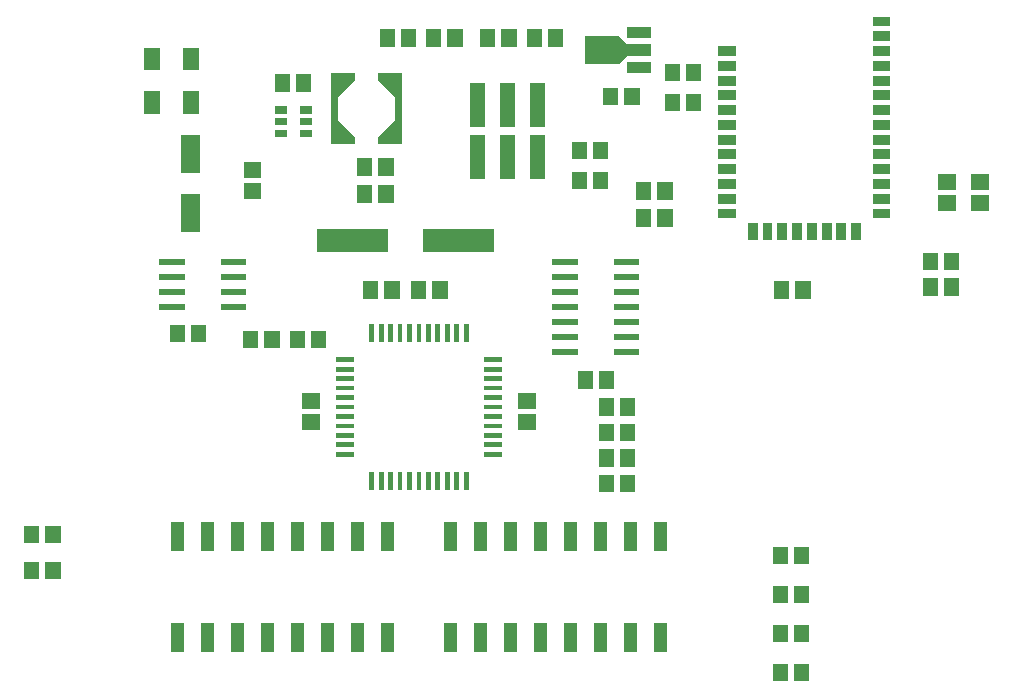
<source format=gbr>
G04 start of page 11 for group -4015 idx -4015 *
G04 Title: (unknown), toppaste *
G04 Creator: pcb 4.0.2 *
G04 CreationDate: Sun Oct 16 03:55:39 2022 UTC *
G04 For: ndholmes *
G04 Format: Gerber/RS-274X *
G04 PCB-Dimensions (mil): 3350.00 2300.00 *
G04 PCB-Coordinate-Origin: lower left *
%MOIN*%
%FSLAX25Y25*%
%LNTOPPASTE*%
%ADD75C,0.0001*%
G54D75*G36*
X74500Y130000D02*Y128000D01*
X83000D01*
Y130000D01*
X74500D01*
G37*
G36*
Y135000D02*Y133000D01*
X83000D01*
Y135000D01*
X74500D01*
G37*
G36*
Y140000D02*Y138000D01*
X83000D01*
Y140000D01*
X74500D01*
G37*
G36*
Y145000D02*Y143000D01*
X83000D01*
Y145000D01*
X74500D01*
G37*
G36*
X54000D02*Y143000D01*
X62500D01*
Y145000D01*
X54000D01*
G37*
G36*
Y140000D02*Y138000D01*
X62500D01*
Y140000D01*
X54000D01*
G37*
G36*
Y135000D02*Y133000D01*
X62500D01*
Y135000D01*
X54000D01*
G37*
G36*
Y130000D02*Y128000D01*
X62500D01*
Y130000D01*
X54000D01*
G37*
G36*
X207016Y201952D02*X201898D01*
Y196048D01*
X207016D01*
Y201952D01*
G37*
G36*
X214102D02*X208984D01*
Y196048D01*
X214102D01*
Y201952D01*
G37*
G36*
X139602Y221452D02*X134484D01*
Y215548D01*
X139602D01*
Y221452D01*
G37*
G36*
X132516D02*X127398D01*
Y215548D01*
X132516D01*
Y221452D01*
G37*
G36*
X155102D02*X149984D01*
Y215548D01*
X155102D01*
Y221452D01*
G37*
G36*
X148016D02*X142898D01*
Y215548D01*
X148016D01*
Y221452D01*
G37*
G36*
X181516D02*X176398D01*
Y215548D01*
X181516D01*
Y221452D01*
G37*
G36*
X188602D02*X183484D01*
Y215548D01*
X188602D01*
Y221452D01*
G37*
G36*
X166016D02*X160898D01*
Y215548D01*
X166016D01*
Y221452D01*
G37*
G36*
X173102D02*X167984D01*
Y215548D01*
X173102D01*
Y221452D01*
G37*
G36*
X62516Y122952D02*X57398D01*
Y117048D01*
X62516D01*
Y122952D01*
G37*
G36*
X69602D02*X64484D01*
Y117048D01*
X69602D01*
Y122952D01*
G37*
G36*
X153200Y23350D02*X148800D01*
Y13750D01*
X153200D01*
Y23350D01*
G37*
G36*
X163200D02*X158800D01*
Y13750D01*
X163200D01*
Y23350D01*
G37*
G36*
X173200D02*X168800D01*
Y13750D01*
X173200D01*
Y23350D01*
G37*
G36*
X183200D02*X178800D01*
Y13750D01*
X183200D01*
Y23350D01*
G37*
G36*
X193200D02*X188800D01*
Y13750D01*
X193200D01*
Y23350D01*
G37*
G36*
X203200D02*X198800D01*
Y13750D01*
X203200D01*
Y23350D01*
G37*
G36*
X213200D02*X208800D01*
Y13750D01*
X213200D01*
Y23350D01*
G37*
G36*
X223200D02*X218800D01*
Y13750D01*
X223200D01*
Y23350D01*
G37*
G36*
X153200Y57250D02*X148800D01*
Y47650D01*
X153200D01*
Y57250D01*
G37*
G36*
X163200D02*X158800D01*
Y47650D01*
X163200D01*
Y57250D01*
G37*
G36*
X173200D02*X168800D01*
Y47650D01*
X173200D01*
Y57250D01*
G37*
G36*
X183200D02*X178800D01*
Y47650D01*
X183200D01*
Y57250D01*
G37*
G36*
X193200D02*X188800D01*
Y47650D01*
X193200D01*
Y57250D01*
G37*
G36*
X203200D02*X198800D01*
Y47650D01*
X203200D01*
Y57250D01*
G37*
G36*
X213200D02*X208800D01*
Y47650D01*
X213200D01*
Y57250D01*
G37*
G36*
X223200D02*X218800D01*
Y47650D01*
X223200D01*
Y57250D01*
G37*
G36*
X62200Y23350D02*X57800D01*
Y13750D01*
X62200D01*
Y23350D01*
G37*
G36*
X72200D02*X67800D01*
Y13750D01*
X72200D01*
Y23350D01*
G37*
G36*
X82200D02*X77800D01*
Y13750D01*
X82200D01*
Y23350D01*
G37*
G36*
X92200D02*X87800D01*
Y13750D01*
X92200D01*
Y23350D01*
G37*
G36*
X102200D02*X97800D01*
Y13750D01*
X102200D01*
Y23350D01*
G37*
G36*
X112200D02*X107800D01*
Y13750D01*
X112200D01*
Y23350D01*
G37*
G36*
X122200D02*X117800D01*
Y13750D01*
X122200D01*
Y23350D01*
G37*
G36*
X132200D02*X127800D01*
Y13750D01*
X132200D01*
Y23350D01*
G37*
G36*
X62200Y57250D02*X57800D01*
Y47650D01*
X62200D01*
Y57250D01*
G37*
G36*
X72200D02*X67800D01*
Y47650D01*
X72200D01*
Y57250D01*
G37*
G36*
X82200D02*X77800D01*
Y47650D01*
X82200D01*
Y57250D01*
G37*
G36*
X92200D02*X87800D01*
Y47650D01*
X92200D01*
Y57250D01*
G37*
G36*
X102200D02*X97800D01*
Y47650D01*
X102200D01*
Y57250D01*
G37*
G36*
X112200D02*X107800D01*
Y47650D01*
X112200D01*
Y57250D01*
G37*
G36*
X122200D02*X117800D01*
Y47650D01*
X122200D01*
Y57250D01*
G37*
G36*
X132200D02*X127800D01*
Y47650D01*
X132200D01*
Y57250D01*
G37*
G36*
X157035Y123185D02*X155461D01*
Y117185D01*
X157035D01*
Y123185D01*
G37*
G36*
X153886D02*X152312D01*
Y117185D01*
X153886D01*
Y123185D01*
G37*
G36*
X150736D02*X149162D01*
Y117185D01*
X150736D01*
Y123185D01*
G37*
G36*
X147587D02*X146013D01*
Y117185D01*
X147587D01*
Y123185D01*
G37*
G36*
X144437D02*X142863D01*
Y117185D01*
X144437D01*
Y123185D01*
G37*
G36*
X141287D02*X139713D01*
Y117185D01*
X141287D01*
Y123185D01*
G37*
G36*
X138138D02*X136564D01*
Y117185D01*
X138138D01*
Y123185D01*
G37*
G36*
X134988D02*X133414D01*
Y117185D01*
X134988D01*
Y123185D01*
G37*
G36*
X131839D02*X130265D01*
Y117185D01*
X131839D01*
Y123185D01*
G37*
G36*
X128689D02*X127115D01*
Y117185D01*
X128689D01*
Y123185D01*
G37*
G36*
X125539D02*X123965D01*
Y117185D01*
X125539D01*
Y123185D01*
G37*
G36*
X112815Y112035D02*Y110461D01*
X118815D01*
Y112035D01*
X112815D01*
G37*
G36*
Y108886D02*Y107312D01*
X118815D01*
Y108886D01*
X112815D01*
G37*
G36*
Y105736D02*Y104162D01*
X118815D01*
Y105736D01*
X112815D01*
G37*
G36*
Y102587D02*Y101013D01*
X118815D01*
Y102587D01*
X112815D01*
G37*
G36*
Y99437D02*Y97863D01*
X118815D01*
Y99437D01*
X112815D01*
G37*
G36*
Y96287D02*Y94713D01*
X118815D01*
Y96287D01*
X112815D01*
G37*
G36*
Y93138D02*Y91564D01*
X118815D01*
Y93138D01*
X112815D01*
G37*
G36*
Y89988D02*Y88414D01*
X118815D01*
Y89988D01*
X112815D01*
G37*
G36*
Y86839D02*Y85265D01*
X118815D01*
Y86839D01*
X112815D01*
G37*
G36*
Y83689D02*Y82115D01*
X118815D01*
Y83689D01*
X112815D01*
G37*
G36*
Y80539D02*Y78965D01*
X118815D01*
Y80539D01*
X112815D01*
G37*
G36*
X125539Y73815D02*X123965D01*
Y67815D01*
X125539D01*
Y73815D01*
G37*
G36*
X128688D02*X127114D01*
Y67815D01*
X128688D01*
Y73815D01*
G37*
G36*
X131838D02*X130264D01*
Y67815D01*
X131838D01*
Y73815D01*
G37*
G36*
X134987D02*X133413D01*
Y67815D01*
X134987D01*
Y73815D01*
G37*
G36*
X138137D02*X136563D01*
Y67815D01*
X138137D01*
Y73815D01*
G37*
G36*
X141287D02*X139713D01*
Y67815D01*
X141287D01*
Y73815D01*
G37*
G36*
X144436D02*X142862D01*
Y67815D01*
X144436D01*
Y73815D01*
G37*
G36*
X147586D02*X146012D01*
Y67815D01*
X147586D01*
Y73815D01*
G37*
G36*
X150735D02*X149161D01*
Y67815D01*
X150735D01*
Y73815D01*
G37*
G36*
X153885D02*X152311D01*
Y67815D01*
X153885D01*
Y73815D01*
G37*
G36*
X157035D02*X155461D01*
Y67815D01*
X157035D01*
Y73815D01*
G37*
G36*
X162185Y80539D02*Y78965D01*
X168185D01*
Y80539D01*
X162185D01*
G37*
G36*
Y83688D02*Y82114D01*
X168185D01*
Y83688D01*
X162185D01*
G37*
G36*
Y86838D02*Y85264D01*
X168185D01*
Y86838D01*
X162185D01*
G37*
G36*
Y89987D02*Y88413D01*
X168185D01*
Y89987D01*
X162185D01*
G37*
G36*
Y93137D02*Y91563D01*
X168185D01*
Y93137D01*
X162185D01*
G37*
G36*
Y96287D02*Y94713D01*
X168185D01*
Y96287D01*
X162185D01*
G37*
G36*
Y99436D02*Y97862D01*
X168185D01*
Y99436D01*
X162185D01*
G37*
G36*
Y102586D02*Y101012D01*
X168185D01*
Y102586D01*
X162185D01*
G37*
G36*
Y105735D02*Y104161D01*
X168185D01*
Y105735D01*
X162185D01*
G37*
G36*
Y108885D02*Y107311D01*
X168185D01*
Y108885D01*
X162185D01*
G37*
G36*
Y112035D02*Y110461D01*
X168185D01*
Y112035D01*
X162185D01*
G37*
G36*
X173548Y93016D02*Y87898D01*
X179452D01*
Y93016D01*
X173548D01*
G37*
G36*
Y100102D02*Y94984D01*
X179452D01*
Y100102D01*
X173548D01*
G37*
G36*
X101548D02*Y94984D01*
X107452D01*
Y100102D01*
X101548D01*
G37*
G36*
Y93016D02*Y87898D01*
X107452D01*
Y93016D01*
X101548D01*
G37*
G36*
X14016Y55952D02*X8898D01*
Y50048D01*
X14016D01*
Y55952D01*
G37*
G36*
X21102D02*X15984D01*
Y50048D01*
X21102D01*
Y55952D01*
G37*
G36*
Y43952D02*X15984D01*
Y38048D01*
X21102D01*
Y43952D01*
G37*
G36*
X14016D02*X8898D01*
Y38048D01*
X14016D01*
Y43952D01*
G37*
G36*
X106472Y154937D02*Y147063D01*
X130094D01*
Y154937D01*
X106472D01*
G37*
G36*
X141906D02*Y147063D01*
X165528D01*
Y154937D01*
X141906D01*
G37*
G36*
X150102Y137452D02*X144984D01*
Y131548D01*
X150102D01*
Y137452D01*
G37*
G36*
X143016D02*X137898D01*
Y131548D01*
X143016D01*
Y137452D01*
G37*
G36*
X127016D02*X121898D01*
Y131548D01*
X127016D01*
Y137452D01*
G37*
G36*
X134102D02*X128984D01*
Y131548D01*
X134102D01*
Y137452D01*
G37*
G36*
X210000Y210484D02*Y206704D01*
X217874D01*
Y210484D01*
X210000D01*
G37*
G36*
X202284Y216390D02*Y212610D01*
X217874D01*
Y216390D01*
X202284D01*
G37*
G36*
X195825Y219225D02*Y209775D01*
X207165D01*
Y219225D01*
X195825D01*
G37*
G36*
X210005Y212615D02*X208585Y214035D01*
X205745Y211195D01*
X207165Y209775D01*
X210005Y212615D01*
G37*
G36*
X207165Y219225D02*X205745Y217805D01*
X208585Y214965D01*
X210005Y216385D01*
X207165Y219225D01*
G37*
G36*
X210000Y222296D02*Y218516D01*
X217874D01*
Y222296D01*
X210000D01*
G37*
G36*
X205500Y115000D02*Y113000D01*
X214000D01*
Y115000D01*
X205500D01*
G37*
G36*
Y120000D02*Y118000D01*
X214000D01*
Y120000D01*
X205500D01*
G37*
G36*
Y125000D02*Y123000D01*
X214000D01*
Y125000D01*
X205500D01*
G37*
G36*
Y130000D02*Y128000D01*
X214000D01*
Y130000D01*
X205500D01*
G37*
G36*
Y135000D02*Y133000D01*
X214000D01*
Y135000D01*
X205500D01*
G37*
G36*
Y140000D02*Y138000D01*
X214000D01*
Y140000D01*
X205500D01*
G37*
G36*
Y145000D02*Y143000D01*
X214000D01*
Y145000D01*
X205500D01*
G37*
G36*
X185000D02*Y143000D01*
X193500D01*
Y145000D01*
X185000D01*
G37*
G36*
Y140000D02*Y138000D01*
X193500D01*
Y140000D01*
X185000D01*
G37*
G36*
Y135000D02*Y133000D01*
X193500D01*
Y135000D01*
X185000D01*
G37*
G36*
Y130000D02*Y128000D01*
X193500D01*
Y130000D01*
X185000D01*
G37*
G36*
Y125000D02*Y123000D01*
X193500D01*
Y125000D01*
X185000D01*
G37*
G36*
Y120000D02*Y118000D01*
X193500D01*
Y120000D01*
X185000D01*
G37*
G36*
Y115000D02*Y113000D01*
X193500D01*
Y115000D01*
X185000D01*
G37*
G36*
X205602Y107452D02*X200484D01*
Y101548D01*
X205602D01*
Y107452D01*
G37*
G36*
X198516D02*X193398D01*
Y101548D01*
X198516D01*
Y107452D01*
G37*
G36*
X54250Y215250D02*X48750D01*
Y207750D01*
X54250D01*
Y215250D01*
G37*
G36*
X67250D02*X61750D01*
Y207750D01*
X67250D01*
Y215250D01*
G37*
G36*
X54250Y200750D02*X48750D01*
Y193250D01*
X54250D01*
Y200750D01*
G37*
G36*
X67250D02*X61750D01*
Y193250D01*
X67250D01*
Y200750D01*
G37*
G36*
X67650Y186142D02*X61350D01*
Y173543D01*
X67650D01*
Y186142D01*
G37*
G36*
Y166457D02*X61350D01*
Y153858D01*
X67650D01*
Y166457D01*
G37*
G36*
X162500Y186004D02*X157500D01*
Y171516D01*
X162500D01*
Y186004D01*
G37*
G36*
X172500D02*X167500D01*
Y171516D01*
X172500D01*
Y186004D01*
G37*
G36*
X182500D02*X177500D01*
Y171516D01*
X182500D01*
Y186004D01*
G37*
G36*
Y203484D02*X177500D01*
Y188996D01*
X182500D01*
Y203484D01*
G37*
G36*
X172500D02*X167500D01*
Y188996D01*
X172500D01*
Y203484D01*
G37*
G36*
X162500D02*X157500D01*
Y188996D01*
X162500D01*
Y203484D01*
G37*
G36*
X270602Y9952D02*X265484D01*
Y4048D01*
X270602D01*
Y9952D01*
G37*
G36*
X263516D02*X258398D01*
Y4048D01*
X263516D01*
Y9952D01*
G37*
G36*
X270602Y22952D02*X265484D01*
Y17048D01*
X270602D01*
Y22952D01*
G37*
G36*
X263516D02*X258398D01*
Y17048D01*
X263516D01*
Y22952D01*
G37*
G36*
X270602Y35952D02*X265484D01*
Y30048D01*
X270602D01*
Y35952D01*
G37*
G36*
X263516D02*X258398D01*
Y30048D01*
X263516D01*
Y35952D01*
G37*
G36*
X270602Y48952D02*X265484D01*
Y43048D01*
X270602D01*
Y48952D01*
G37*
G36*
X263516D02*X258398D01*
Y43048D01*
X263516D01*
Y48952D01*
G37*
G36*
X240350Y215796D02*Y212496D01*
X246052D01*
Y215796D01*
X240350D01*
G37*
G36*
Y210874D02*Y207574D01*
X246052D01*
Y210874D01*
X240350D01*
G37*
G36*
Y205953D02*Y202653D01*
X246052D01*
Y205953D01*
X240350D01*
G37*
G36*
Y201032D02*Y197732D01*
X246052D01*
Y201032D01*
X240350D01*
G37*
G36*
Y196111D02*Y192811D01*
X246052D01*
Y196111D01*
X240350D01*
G37*
G36*
Y191189D02*Y187889D01*
X246052D01*
Y191189D01*
X240350D01*
G37*
G36*
Y186268D02*Y182968D01*
X246052D01*
Y186268D01*
X240350D01*
G37*
G36*
Y181347D02*Y178047D01*
X246052D01*
Y181347D01*
X240350D01*
G37*
G36*
Y176426D02*Y173126D01*
X246052D01*
Y176426D01*
X240350D01*
G37*
G36*
Y171504D02*Y168204D01*
X246052D01*
Y171504D01*
X240350D01*
G37*
G36*
Y166583D02*Y163283D01*
X246052D01*
Y166583D01*
X240350D01*
G37*
G36*
Y161662D02*Y158362D01*
X246052D01*
Y161662D01*
X240350D01*
G37*
G36*
X253426Y156800D02*X250126D01*
Y151102D01*
X253426D01*
Y156800D01*
G37*
G36*
X258347D02*X255047D01*
Y151102D01*
X258347D01*
Y156800D01*
G37*
G36*
X263268D02*X259968D01*
Y151102D01*
X263268D01*
Y156800D01*
G37*
G36*
X268189D02*X264889D01*
Y151102D01*
X268189D01*
Y156800D01*
G37*
G36*
X273111D02*X269811D01*
Y151102D01*
X273111D01*
Y156800D01*
G37*
G36*
X278032D02*X274732D01*
Y151102D01*
X278032D01*
Y156800D01*
G37*
G36*
X282953D02*X279653D01*
Y151102D01*
X282953D01*
Y156800D01*
G37*
G36*
X287874D02*X284574D01*
Y151102D01*
X287874D01*
Y156800D01*
G37*
G36*
X291948Y161662D02*Y158362D01*
X297650D01*
Y161662D01*
X291948D01*
G37*
G36*
Y166583D02*Y163283D01*
X297650D01*
Y166583D01*
X291948D01*
G37*
G36*
Y171504D02*Y168204D01*
X297650D01*
Y171504D01*
X291948D01*
G37*
G36*
Y176426D02*Y173126D01*
X297650D01*
Y176426D01*
X291948D01*
G37*
G36*
Y181347D02*Y178047D01*
X297650D01*
Y181347D01*
X291948D01*
G37*
G36*
Y186268D02*Y182968D01*
X297650D01*
Y186268D01*
X291948D01*
G37*
G36*
Y191189D02*Y187889D01*
X297650D01*
Y191189D01*
X291948D01*
G37*
G36*
Y196111D02*Y192811D01*
X297650D01*
Y196111D01*
X291948D01*
G37*
G36*
Y201032D02*Y197732D01*
X297650D01*
Y201032D01*
X291948D01*
G37*
G36*
Y205953D02*Y202653D01*
X297650D01*
Y205953D01*
X291948D01*
G37*
G36*
Y210874D02*Y207574D01*
X297650D01*
Y210874D01*
X291948D01*
G37*
G36*
Y215796D02*Y212496D01*
X297650D01*
Y215796D01*
X291948D01*
G37*
G36*
Y220717D02*Y217417D01*
X297650D01*
Y220717D01*
X291948D01*
G37*
G36*
Y225638D02*Y222338D01*
X297650D01*
Y225638D01*
X291948D01*
G37*
G36*
X196516Y183952D02*X191398D01*
Y178048D01*
X196516D01*
Y183952D01*
G37*
G36*
X203602D02*X198484D01*
Y178048D01*
X203602D01*
Y183952D01*
G37*
G36*
X196516Y173952D02*X191398D01*
Y168048D01*
X196516D01*
Y173952D01*
G37*
G36*
X203602D02*X198484D01*
Y168048D01*
X203602D01*
Y173952D01*
G37*
G36*
X225102Y161452D02*X219984D01*
Y155548D01*
X225102D01*
Y161452D01*
G37*
G36*
X218016D02*X212898D01*
Y155548D01*
X218016D01*
Y161452D01*
G37*
G36*
X225102Y170452D02*X219984D01*
Y164548D01*
X225102D01*
Y170452D01*
G37*
G36*
X218016D02*X212898D01*
Y164548D01*
X218016D01*
Y170452D01*
G37*
G36*
X234602Y209952D02*X229484D01*
Y204048D01*
X234602D01*
Y209952D01*
G37*
G36*
X227516D02*X222398D01*
Y204048D01*
X227516D01*
Y209952D01*
G37*
G36*
X234602Y199952D02*X229484D01*
Y194048D01*
X234602D01*
Y199952D01*
G37*
G36*
X227516D02*X222398D01*
Y194048D01*
X227516D01*
Y199952D01*
G37*
G36*
X313548Y173102D02*Y167984D01*
X319452D01*
Y173102D01*
X313548D01*
G37*
G36*
Y166016D02*Y160898D01*
X319452D01*
Y166016D01*
X313548D01*
G37*
G36*
X324548Y173102D02*Y167984D01*
X330452D01*
Y173102D01*
X324548D01*
G37*
G36*
Y166016D02*Y160898D01*
X330452D01*
Y166016D01*
X324548D01*
G37*
G36*
X264016Y137452D02*X258898D01*
Y131548D01*
X264016D01*
Y137452D01*
G37*
G36*
X271102D02*X265984D01*
Y131548D01*
X271102D01*
Y137452D01*
G37*
G36*
X82048Y177102D02*Y171984D01*
X87952D01*
Y177102D01*
X82048D01*
G37*
G36*
Y170016D02*Y164898D01*
X87952D01*
Y170016D01*
X82048D01*
G37*
G36*
X113450Y206850D02*X111150D01*
Y183150D01*
X113450D01*
Y206850D01*
G37*
G36*
X111150Y185450D02*Y183150D01*
X119050D01*
Y185450D01*
X111150D01*
G37*
G36*
Y206850D02*Y204550D01*
X119050D01*
Y206850D01*
X111150D01*
G37*
G36*
X134850D02*X132550D01*
Y183150D01*
X134850D01*
Y206850D01*
G37*
G36*
X126950Y185450D02*Y183150D01*
X134850D01*
Y185450D01*
X126950D01*
G37*
G36*
Y206850D02*Y204550D01*
X134850D01*
Y206850D01*
X126950D01*
G37*
G36*
X113450Y191044D02*X111329Y188923D01*
X116923Y183329D01*
X119044Y185450D01*
X113450Y191044D01*
G37*
G36*
X119044Y204550D02*X116923Y206671D01*
X111329Y201077D01*
X113450Y198956D01*
X119044Y204550D01*
G37*
G36*
X134671Y188923D02*X132550Y191044D01*
X126956Y185450D01*
X129077Y183329D01*
X134671Y188923D01*
G37*
G36*
X129077Y206671D02*X126956Y204550D01*
X132550Y198956D01*
X134671Y201077D01*
X129077Y206671D01*
G37*
G36*
X111650Y187250D02*Y183650D01*
X115250D01*
Y187250D01*
X111650D01*
G37*
G36*
Y206350D02*Y202750D01*
X115250D01*
Y206350D01*
X111650D01*
G37*
G36*
X130750Y187250D02*Y183650D01*
X134350D01*
Y187250D01*
X130750D01*
G37*
G36*
Y206350D02*Y202750D01*
X134350D01*
Y206350D01*
X130750D01*
G37*
G36*
X132102Y178452D02*X126984D01*
Y172548D01*
X132102D01*
Y178452D01*
G37*
G36*
X125016D02*X119898D01*
Y172548D01*
X125016D01*
Y178452D01*
G37*
G36*
X132102Y169452D02*X126984D01*
Y163548D01*
X132102D01*
Y169452D01*
G37*
G36*
X125016D02*X119898D01*
Y163548D01*
X125016D01*
Y169452D01*
G37*
G36*
X92500Y195700D02*Y193300D01*
X96500D01*
Y195700D01*
X92500D01*
G37*
G36*
Y191800D02*Y189400D01*
X96500D01*
Y191800D01*
X92500D01*
G37*
G36*
Y187900D02*Y185500D01*
X96500D01*
Y187900D01*
X92500D01*
G37*
G36*
X100700D02*Y185500D01*
X104700D01*
Y187900D01*
X100700D01*
G37*
G36*
Y191800D02*Y189400D01*
X104700D01*
Y191800D01*
X100700D01*
G37*
G36*
Y195700D02*Y193300D01*
X104700D01*
Y195700D01*
X100700D01*
G37*
G36*
X97516Y206452D02*X92398D01*
Y200548D01*
X97516D01*
Y206452D01*
G37*
G36*
X104602D02*X99484D01*
Y200548D01*
X104602D01*
Y206452D01*
G37*
G36*
X320645Y138452D02*X315527D01*
Y132548D01*
X320645D01*
Y138452D01*
G37*
G36*
X313559D02*X308441D01*
Y132548D01*
X313559D01*
Y138452D01*
G37*
G36*
X320602Y146952D02*X315484D01*
Y141048D01*
X320602D01*
Y146952D01*
G37*
G36*
X313516D02*X308398D01*
Y141048D01*
X313516D01*
Y146952D01*
G37*
G36*
X212602Y98452D02*X207484D01*
Y92548D01*
X212602D01*
Y98452D01*
G37*
G36*
X205516D02*X200398D01*
Y92548D01*
X205516D01*
Y98452D01*
G37*
G36*
X212602Y89952D02*X207484D01*
Y84048D01*
X212602D01*
Y89952D01*
G37*
G36*
X205516D02*X200398D01*
Y84048D01*
X205516D01*
Y89952D01*
G37*
G36*
X212602Y81452D02*X207484D01*
Y75548D01*
X212602D01*
Y81452D01*
G37*
G36*
X205516D02*X200398D01*
Y75548D01*
X205516D01*
Y81452D01*
G37*
G36*
X212602Y72952D02*X207484D01*
Y67048D01*
X212602D01*
Y72952D01*
G37*
G36*
X205516D02*X200398D01*
Y67048D01*
X205516D01*
Y72952D01*
G37*
G36*
X109602Y120952D02*X104484D01*
Y115048D01*
X109602D01*
Y120952D01*
G37*
G36*
X102516D02*X97398D01*
Y115048D01*
X102516D01*
Y120952D01*
G37*
G36*
X87016D02*X81898D01*
Y115048D01*
X87016D01*
Y120952D01*
G37*
G36*
X94102D02*X88984D01*
Y115048D01*
X94102D01*
Y120952D01*
G37*
M02*

</source>
